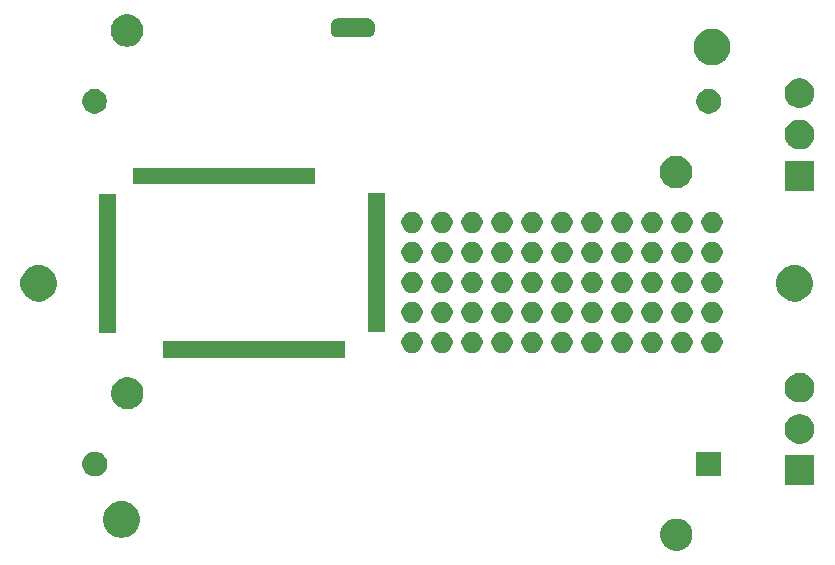
<source format=gbr>
G04 #@! TF.GenerationSoftware,KiCad,Pcbnew,5.1.5+dfsg1-2build2*
G04 #@! TF.CreationDate,2021-12-11T20:18:00-05:00*
G04 #@! TF.ProjectId,RAK11300_LORA_ADAPTABLE_NODE,52414b31-3133-4303-905f-4c4f52415f41,rev?*
G04 #@! TF.SameCoordinates,Original*
G04 #@! TF.FileFunction,Soldermask,Bot*
G04 #@! TF.FilePolarity,Negative*
%FSLAX46Y46*%
G04 Gerber Fmt 4.6, Leading zero omitted, Abs format (unit mm)*
G04 Created by KiCad (PCBNEW 5.1.5+dfsg1-2build2) date 2021-12-11 20:18:00*
%MOMM*%
%LPD*%
G04 APERTURE LIST*
%ADD10C,0.100000*%
G04 APERTURE END LIST*
D10*
G36*
X159642724Y-144431497D02*
G01*
X159869906Y-144476686D01*
X160119412Y-144580035D01*
X160343962Y-144730075D01*
X160534925Y-144921038D01*
X160684965Y-145145588D01*
X160788314Y-145395094D01*
X160841000Y-145659968D01*
X160841000Y-145930032D01*
X160788314Y-146194906D01*
X160684965Y-146444412D01*
X160534925Y-146668962D01*
X160343962Y-146859925D01*
X160119412Y-147009965D01*
X159869906Y-147113314D01*
X159642724Y-147158503D01*
X159605033Y-147166000D01*
X159334967Y-147166000D01*
X159297276Y-147158503D01*
X159070094Y-147113314D01*
X158820588Y-147009965D01*
X158596038Y-146859925D01*
X158405075Y-146668962D01*
X158255035Y-146444412D01*
X158151686Y-146194906D01*
X158099000Y-145930032D01*
X158099000Y-145659968D01*
X158151686Y-145395094D01*
X158255035Y-145145588D01*
X158405075Y-144921038D01*
X158596038Y-144730075D01*
X158820588Y-144580035D01*
X159070094Y-144476686D01*
X159297276Y-144431497D01*
X159334967Y-144424000D01*
X159605033Y-144424000D01*
X159642724Y-144431497D01*
G37*
G36*
X112802585Y-142978802D02*
G01*
X112952410Y-143008604D01*
X113234674Y-143125521D01*
X113488705Y-143295259D01*
X113704741Y-143511295D01*
X113874479Y-143765326D01*
X113991396Y-144047590D01*
X114051000Y-144347240D01*
X114051000Y-144652760D01*
X113991396Y-144952410D01*
X113874479Y-145234674D01*
X113704741Y-145488705D01*
X113488705Y-145704741D01*
X113234674Y-145874479D01*
X112952410Y-145991396D01*
X112802585Y-146021198D01*
X112652761Y-146051000D01*
X112347239Y-146051000D01*
X112197415Y-146021198D01*
X112047590Y-145991396D01*
X111765326Y-145874479D01*
X111511295Y-145704741D01*
X111295259Y-145488705D01*
X111125521Y-145234674D01*
X111008604Y-144952410D01*
X110949000Y-144652760D01*
X110949000Y-144347240D01*
X111008604Y-144047590D01*
X111125521Y-143765326D01*
X111295259Y-143511295D01*
X111511295Y-143295259D01*
X111765326Y-143125521D01*
X112047590Y-143008604D01*
X112197415Y-142978802D01*
X112347239Y-142949000D01*
X112652761Y-142949000D01*
X112802585Y-142978802D01*
G37*
G36*
X171161000Y-141586000D02*
G01*
X168659000Y-141586000D01*
X168659000Y-139084000D01*
X171161000Y-139084000D01*
X171161000Y-141586000D01*
G37*
G36*
X110536564Y-138789389D02*
G01*
X110727833Y-138868615D01*
X110727835Y-138868616D01*
X110899973Y-138983635D01*
X111046365Y-139130027D01*
X111161385Y-139302167D01*
X111240611Y-139493436D01*
X111281000Y-139696484D01*
X111281000Y-139903516D01*
X111240611Y-140106564D01*
X111161385Y-140297833D01*
X111161384Y-140297835D01*
X111046365Y-140469973D01*
X110899973Y-140616365D01*
X110727835Y-140731384D01*
X110727834Y-140731385D01*
X110727833Y-140731385D01*
X110536564Y-140810611D01*
X110333516Y-140851000D01*
X110126484Y-140851000D01*
X109923436Y-140810611D01*
X109732167Y-140731385D01*
X109732166Y-140731385D01*
X109732165Y-140731384D01*
X109560027Y-140616365D01*
X109413635Y-140469973D01*
X109298616Y-140297835D01*
X109298615Y-140297833D01*
X109219389Y-140106564D01*
X109179000Y-139903516D01*
X109179000Y-139696484D01*
X109219389Y-139493436D01*
X109298615Y-139302167D01*
X109413635Y-139130027D01*
X109560027Y-138983635D01*
X109732165Y-138868616D01*
X109732167Y-138868615D01*
X109923436Y-138789389D01*
X110126484Y-138749000D01*
X110333516Y-138749000D01*
X110536564Y-138789389D01*
G37*
G36*
X163271000Y-140851000D02*
G01*
X161169000Y-140851000D01*
X161169000Y-138749000D01*
X163271000Y-138749000D01*
X163271000Y-140851000D01*
G37*
G36*
X170274903Y-135632075D02*
G01*
X170502571Y-135726378D01*
X170707466Y-135863285D01*
X170881715Y-136037534D01*
X171018622Y-136242429D01*
X171112925Y-136470097D01*
X171161000Y-136711787D01*
X171161000Y-136958213D01*
X171112925Y-137199903D01*
X171018622Y-137427571D01*
X170881715Y-137632466D01*
X170707466Y-137806715D01*
X170502571Y-137943622D01*
X170502570Y-137943623D01*
X170502569Y-137943623D01*
X170274903Y-138037925D01*
X170033214Y-138086000D01*
X169786786Y-138086000D01*
X169545097Y-138037925D01*
X169317431Y-137943623D01*
X169317430Y-137943623D01*
X169317429Y-137943622D01*
X169112534Y-137806715D01*
X168938285Y-137632466D01*
X168801378Y-137427571D01*
X168707075Y-137199903D01*
X168659000Y-136958213D01*
X168659000Y-136711787D01*
X168707075Y-136470097D01*
X168801378Y-136242429D01*
X168938285Y-136037534D01*
X169112534Y-135863285D01*
X169317429Y-135726378D01*
X169545097Y-135632075D01*
X169786786Y-135584000D01*
X170033214Y-135584000D01*
X170274903Y-135632075D01*
G37*
G36*
X113162724Y-132441497D02*
G01*
X113389906Y-132486686D01*
X113639412Y-132590035D01*
X113863962Y-132740075D01*
X114054925Y-132931038D01*
X114204965Y-133155588D01*
X114308314Y-133405094D01*
X114361000Y-133669968D01*
X114361000Y-133940032D01*
X114308314Y-134204906D01*
X114204965Y-134454412D01*
X114054925Y-134678962D01*
X113863962Y-134869925D01*
X113639412Y-135019965D01*
X113389906Y-135123314D01*
X113162724Y-135168503D01*
X113125033Y-135176000D01*
X112854967Y-135176000D01*
X112817276Y-135168503D01*
X112590094Y-135123314D01*
X112340588Y-135019965D01*
X112116038Y-134869925D01*
X111925075Y-134678962D01*
X111775035Y-134454412D01*
X111671686Y-134204906D01*
X111619000Y-133940032D01*
X111619000Y-133669968D01*
X111671686Y-133405094D01*
X111775035Y-133155588D01*
X111925075Y-132931038D01*
X112116038Y-132740075D01*
X112340588Y-132590035D01*
X112590094Y-132486686D01*
X112817276Y-132441497D01*
X112854967Y-132434000D01*
X113125033Y-132434000D01*
X113162724Y-132441497D01*
G37*
G36*
X170274903Y-132132075D02*
G01*
X170502571Y-132226378D01*
X170707466Y-132363285D01*
X170881715Y-132537534D01*
X170881716Y-132537536D01*
X171018623Y-132742431D01*
X171112925Y-132970097D01*
X171149822Y-133155588D01*
X171161000Y-133211787D01*
X171161000Y-133458213D01*
X171112925Y-133699903D01*
X171018622Y-133927571D01*
X170881715Y-134132466D01*
X170707466Y-134306715D01*
X170502571Y-134443622D01*
X170502570Y-134443623D01*
X170502569Y-134443623D01*
X170274903Y-134537925D01*
X170033214Y-134586000D01*
X169786786Y-134586000D01*
X169545097Y-134537925D01*
X169317431Y-134443623D01*
X169317430Y-134443623D01*
X169317429Y-134443622D01*
X169112534Y-134306715D01*
X168938285Y-134132466D01*
X168801378Y-133927571D01*
X168707075Y-133699903D01*
X168659000Y-133458213D01*
X168659000Y-133211787D01*
X168670179Y-133155588D01*
X168707075Y-132970097D01*
X168801377Y-132742431D01*
X168938284Y-132537536D01*
X168938285Y-132537534D01*
X169112534Y-132363285D01*
X169317429Y-132226378D01*
X169545097Y-132132075D01*
X169786786Y-132084000D01*
X170033214Y-132084000D01*
X170274903Y-132132075D01*
G37*
G36*
X131408400Y-130817300D02*
G01*
X116006400Y-130817300D01*
X116006400Y-129415300D01*
X131408400Y-129415300D01*
X131408400Y-130817300D01*
G37*
G36*
X142288512Y-128608927D02*
G01*
X142437812Y-128638624D01*
X142601784Y-128706544D01*
X142749354Y-128805147D01*
X142874853Y-128930646D01*
X142973456Y-129078216D01*
X143041376Y-129242188D01*
X143076000Y-129416259D01*
X143076000Y-129593741D01*
X143041376Y-129767812D01*
X142973456Y-129931784D01*
X142874853Y-130079354D01*
X142749354Y-130204853D01*
X142601784Y-130303456D01*
X142437812Y-130371376D01*
X142288512Y-130401073D01*
X142263742Y-130406000D01*
X142086258Y-130406000D01*
X142061488Y-130401073D01*
X141912188Y-130371376D01*
X141748216Y-130303456D01*
X141600646Y-130204853D01*
X141475147Y-130079354D01*
X141376544Y-129931784D01*
X141308624Y-129767812D01*
X141274000Y-129593741D01*
X141274000Y-129416259D01*
X141308624Y-129242188D01*
X141376544Y-129078216D01*
X141475147Y-128930646D01*
X141600646Y-128805147D01*
X141748216Y-128706544D01*
X141912188Y-128638624D01*
X142061488Y-128608927D01*
X142086258Y-128604000D01*
X142263742Y-128604000D01*
X142288512Y-128608927D01*
G37*
G36*
X162608512Y-128608927D02*
G01*
X162757812Y-128638624D01*
X162921784Y-128706544D01*
X163069354Y-128805147D01*
X163194853Y-128930646D01*
X163293456Y-129078216D01*
X163361376Y-129242188D01*
X163396000Y-129416259D01*
X163396000Y-129593741D01*
X163361376Y-129767812D01*
X163293456Y-129931784D01*
X163194853Y-130079354D01*
X163069354Y-130204853D01*
X162921784Y-130303456D01*
X162757812Y-130371376D01*
X162608512Y-130401073D01*
X162583742Y-130406000D01*
X162406258Y-130406000D01*
X162381488Y-130401073D01*
X162232188Y-130371376D01*
X162068216Y-130303456D01*
X161920646Y-130204853D01*
X161795147Y-130079354D01*
X161696544Y-129931784D01*
X161628624Y-129767812D01*
X161594000Y-129593741D01*
X161594000Y-129416259D01*
X161628624Y-129242188D01*
X161696544Y-129078216D01*
X161795147Y-128930646D01*
X161920646Y-128805147D01*
X162068216Y-128706544D01*
X162232188Y-128638624D01*
X162381488Y-128608927D01*
X162406258Y-128604000D01*
X162583742Y-128604000D01*
X162608512Y-128608927D01*
G37*
G36*
X137208512Y-128608927D02*
G01*
X137357812Y-128638624D01*
X137521784Y-128706544D01*
X137669354Y-128805147D01*
X137794853Y-128930646D01*
X137893456Y-129078216D01*
X137961376Y-129242188D01*
X137996000Y-129416259D01*
X137996000Y-129593741D01*
X137961376Y-129767812D01*
X137893456Y-129931784D01*
X137794853Y-130079354D01*
X137669354Y-130204853D01*
X137521784Y-130303456D01*
X137357812Y-130371376D01*
X137208512Y-130401073D01*
X137183742Y-130406000D01*
X137006258Y-130406000D01*
X136981488Y-130401073D01*
X136832188Y-130371376D01*
X136668216Y-130303456D01*
X136520646Y-130204853D01*
X136395147Y-130079354D01*
X136296544Y-129931784D01*
X136228624Y-129767812D01*
X136194000Y-129593741D01*
X136194000Y-129416259D01*
X136228624Y-129242188D01*
X136296544Y-129078216D01*
X136395147Y-128930646D01*
X136520646Y-128805147D01*
X136668216Y-128706544D01*
X136832188Y-128638624D01*
X136981488Y-128608927D01*
X137006258Y-128604000D01*
X137183742Y-128604000D01*
X137208512Y-128608927D01*
G37*
G36*
X160068512Y-128608927D02*
G01*
X160217812Y-128638624D01*
X160381784Y-128706544D01*
X160529354Y-128805147D01*
X160654853Y-128930646D01*
X160753456Y-129078216D01*
X160821376Y-129242188D01*
X160856000Y-129416259D01*
X160856000Y-129593741D01*
X160821376Y-129767812D01*
X160753456Y-129931784D01*
X160654853Y-130079354D01*
X160529354Y-130204853D01*
X160381784Y-130303456D01*
X160217812Y-130371376D01*
X160068512Y-130401073D01*
X160043742Y-130406000D01*
X159866258Y-130406000D01*
X159841488Y-130401073D01*
X159692188Y-130371376D01*
X159528216Y-130303456D01*
X159380646Y-130204853D01*
X159255147Y-130079354D01*
X159156544Y-129931784D01*
X159088624Y-129767812D01*
X159054000Y-129593741D01*
X159054000Y-129416259D01*
X159088624Y-129242188D01*
X159156544Y-129078216D01*
X159255147Y-128930646D01*
X159380646Y-128805147D01*
X159528216Y-128706544D01*
X159692188Y-128638624D01*
X159841488Y-128608927D01*
X159866258Y-128604000D01*
X160043742Y-128604000D01*
X160068512Y-128608927D01*
G37*
G36*
X154988512Y-128608927D02*
G01*
X155137812Y-128638624D01*
X155301784Y-128706544D01*
X155449354Y-128805147D01*
X155574853Y-128930646D01*
X155673456Y-129078216D01*
X155741376Y-129242188D01*
X155776000Y-129416259D01*
X155776000Y-129593741D01*
X155741376Y-129767812D01*
X155673456Y-129931784D01*
X155574853Y-130079354D01*
X155449354Y-130204853D01*
X155301784Y-130303456D01*
X155137812Y-130371376D01*
X154988512Y-130401073D01*
X154963742Y-130406000D01*
X154786258Y-130406000D01*
X154761488Y-130401073D01*
X154612188Y-130371376D01*
X154448216Y-130303456D01*
X154300646Y-130204853D01*
X154175147Y-130079354D01*
X154076544Y-129931784D01*
X154008624Y-129767812D01*
X153974000Y-129593741D01*
X153974000Y-129416259D01*
X154008624Y-129242188D01*
X154076544Y-129078216D01*
X154175147Y-128930646D01*
X154300646Y-128805147D01*
X154448216Y-128706544D01*
X154612188Y-128638624D01*
X154761488Y-128608927D01*
X154786258Y-128604000D01*
X154963742Y-128604000D01*
X154988512Y-128608927D01*
G37*
G36*
X152448512Y-128608927D02*
G01*
X152597812Y-128638624D01*
X152761784Y-128706544D01*
X152909354Y-128805147D01*
X153034853Y-128930646D01*
X153133456Y-129078216D01*
X153201376Y-129242188D01*
X153236000Y-129416259D01*
X153236000Y-129593741D01*
X153201376Y-129767812D01*
X153133456Y-129931784D01*
X153034853Y-130079354D01*
X152909354Y-130204853D01*
X152761784Y-130303456D01*
X152597812Y-130371376D01*
X152448512Y-130401073D01*
X152423742Y-130406000D01*
X152246258Y-130406000D01*
X152221488Y-130401073D01*
X152072188Y-130371376D01*
X151908216Y-130303456D01*
X151760646Y-130204853D01*
X151635147Y-130079354D01*
X151536544Y-129931784D01*
X151468624Y-129767812D01*
X151434000Y-129593741D01*
X151434000Y-129416259D01*
X151468624Y-129242188D01*
X151536544Y-129078216D01*
X151635147Y-128930646D01*
X151760646Y-128805147D01*
X151908216Y-128706544D01*
X152072188Y-128638624D01*
X152221488Y-128608927D01*
X152246258Y-128604000D01*
X152423742Y-128604000D01*
X152448512Y-128608927D01*
G37*
G36*
X147368512Y-128608927D02*
G01*
X147517812Y-128638624D01*
X147681784Y-128706544D01*
X147829354Y-128805147D01*
X147954853Y-128930646D01*
X148053456Y-129078216D01*
X148121376Y-129242188D01*
X148156000Y-129416259D01*
X148156000Y-129593741D01*
X148121376Y-129767812D01*
X148053456Y-129931784D01*
X147954853Y-130079354D01*
X147829354Y-130204853D01*
X147681784Y-130303456D01*
X147517812Y-130371376D01*
X147368512Y-130401073D01*
X147343742Y-130406000D01*
X147166258Y-130406000D01*
X147141488Y-130401073D01*
X146992188Y-130371376D01*
X146828216Y-130303456D01*
X146680646Y-130204853D01*
X146555147Y-130079354D01*
X146456544Y-129931784D01*
X146388624Y-129767812D01*
X146354000Y-129593741D01*
X146354000Y-129416259D01*
X146388624Y-129242188D01*
X146456544Y-129078216D01*
X146555147Y-128930646D01*
X146680646Y-128805147D01*
X146828216Y-128706544D01*
X146992188Y-128638624D01*
X147141488Y-128608927D01*
X147166258Y-128604000D01*
X147343742Y-128604000D01*
X147368512Y-128608927D01*
G37*
G36*
X144828512Y-128608927D02*
G01*
X144977812Y-128638624D01*
X145141784Y-128706544D01*
X145289354Y-128805147D01*
X145414853Y-128930646D01*
X145513456Y-129078216D01*
X145581376Y-129242188D01*
X145616000Y-129416259D01*
X145616000Y-129593741D01*
X145581376Y-129767812D01*
X145513456Y-129931784D01*
X145414853Y-130079354D01*
X145289354Y-130204853D01*
X145141784Y-130303456D01*
X144977812Y-130371376D01*
X144828512Y-130401073D01*
X144803742Y-130406000D01*
X144626258Y-130406000D01*
X144601488Y-130401073D01*
X144452188Y-130371376D01*
X144288216Y-130303456D01*
X144140646Y-130204853D01*
X144015147Y-130079354D01*
X143916544Y-129931784D01*
X143848624Y-129767812D01*
X143814000Y-129593741D01*
X143814000Y-129416259D01*
X143848624Y-129242188D01*
X143916544Y-129078216D01*
X144015147Y-128930646D01*
X144140646Y-128805147D01*
X144288216Y-128706544D01*
X144452188Y-128638624D01*
X144601488Y-128608927D01*
X144626258Y-128604000D01*
X144803742Y-128604000D01*
X144828512Y-128608927D01*
G37*
G36*
X149908512Y-128608927D02*
G01*
X150057812Y-128638624D01*
X150221784Y-128706544D01*
X150369354Y-128805147D01*
X150494853Y-128930646D01*
X150593456Y-129078216D01*
X150661376Y-129242188D01*
X150696000Y-129416259D01*
X150696000Y-129593741D01*
X150661376Y-129767812D01*
X150593456Y-129931784D01*
X150494853Y-130079354D01*
X150369354Y-130204853D01*
X150221784Y-130303456D01*
X150057812Y-130371376D01*
X149908512Y-130401073D01*
X149883742Y-130406000D01*
X149706258Y-130406000D01*
X149681488Y-130401073D01*
X149532188Y-130371376D01*
X149368216Y-130303456D01*
X149220646Y-130204853D01*
X149095147Y-130079354D01*
X148996544Y-129931784D01*
X148928624Y-129767812D01*
X148894000Y-129593741D01*
X148894000Y-129416259D01*
X148928624Y-129242188D01*
X148996544Y-129078216D01*
X149095147Y-128930646D01*
X149220646Y-128805147D01*
X149368216Y-128706544D01*
X149532188Y-128638624D01*
X149681488Y-128608927D01*
X149706258Y-128604000D01*
X149883742Y-128604000D01*
X149908512Y-128608927D01*
G37*
G36*
X157528512Y-128608927D02*
G01*
X157677812Y-128638624D01*
X157841784Y-128706544D01*
X157989354Y-128805147D01*
X158114853Y-128930646D01*
X158213456Y-129078216D01*
X158281376Y-129242188D01*
X158316000Y-129416259D01*
X158316000Y-129593741D01*
X158281376Y-129767812D01*
X158213456Y-129931784D01*
X158114853Y-130079354D01*
X157989354Y-130204853D01*
X157841784Y-130303456D01*
X157677812Y-130371376D01*
X157528512Y-130401073D01*
X157503742Y-130406000D01*
X157326258Y-130406000D01*
X157301488Y-130401073D01*
X157152188Y-130371376D01*
X156988216Y-130303456D01*
X156840646Y-130204853D01*
X156715147Y-130079354D01*
X156616544Y-129931784D01*
X156548624Y-129767812D01*
X156514000Y-129593741D01*
X156514000Y-129416259D01*
X156548624Y-129242188D01*
X156616544Y-129078216D01*
X156715147Y-128930646D01*
X156840646Y-128805147D01*
X156988216Y-128706544D01*
X157152188Y-128638624D01*
X157301488Y-128608927D01*
X157326258Y-128604000D01*
X157503742Y-128604000D01*
X157528512Y-128608927D01*
G37*
G36*
X139748512Y-128608927D02*
G01*
X139897812Y-128638624D01*
X140061784Y-128706544D01*
X140209354Y-128805147D01*
X140334853Y-128930646D01*
X140433456Y-129078216D01*
X140501376Y-129242188D01*
X140536000Y-129416259D01*
X140536000Y-129593741D01*
X140501376Y-129767812D01*
X140433456Y-129931784D01*
X140334853Y-130079354D01*
X140209354Y-130204853D01*
X140061784Y-130303456D01*
X139897812Y-130371376D01*
X139748512Y-130401073D01*
X139723742Y-130406000D01*
X139546258Y-130406000D01*
X139521488Y-130401073D01*
X139372188Y-130371376D01*
X139208216Y-130303456D01*
X139060646Y-130204853D01*
X138935147Y-130079354D01*
X138836544Y-129931784D01*
X138768624Y-129767812D01*
X138734000Y-129593741D01*
X138734000Y-129416259D01*
X138768624Y-129242188D01*
X138836544Y-129078216D01*
X138935147Y-128930646D01*
X139060646Y-128805147D01*
X139208216Y-128706544D01*
X139372188Y-128638624D01*
X139521488Y-128608927D01*
X139546258Y-128604000D01*
X139723742Y-128604000D01*
X139748512Y-128608927D01*
G37*
G36*
X112038400Y-128707300D02*
G01*
X110636400Y-128707300D01*
X110636400Y-116905300D01*
X112038400Y-116905300D01*
X112038400Y-128707300D01*
G37*
G36*
X134778400Y-128647300D02*
G01*
X133376400Y-128647300D01*
X133376400Y-116845300D01*
X134778400Y-116845300D01*
X134778400Y-128647300D01*
G37*
G36*
X142288512Y-126068927D02*
G01*
X142437812Y-126098624D01*
X142601784Y-126166544D01*
X142749354Y-126265147D01*
X142874853Y-126390646D01*
X142973456Y-126538216D01*
X143041376Y-126702188D01*
X143076000Y-126876259D01*
X143076000Y-127053741D01*
X143041376Y-127227812D01*
X142973456Y-127391784D01*
X142874853Y-127539354D01*
X142749354Y-127664853D01*
X142601784Y-127763456D01*
X142437812Y-127831376D01*
X142288512Y-127861073D01*
X142263742Y-127866000D01*
X142086258Y-127866000D01*
X142061488Y-127861073D01*
X141912188Y-127831376D01*
X141748216Y-127763456D01*
X141600646Y-127664853D01*
X141475147Y-127539354D01*
X141376544Y-127391784D01*
X141308624Y-127227812D01*
X141274000Y-127053741D01*
X141274000Y-126876259D01*
X141308624Y-126702188D01*
X141376544Y-126538216D01*
X141475147Y-126390646D01*
X141600646Y-126265147D01*
X141748216Y-126166544D01*
X141912188Y-126098624D01*
X142061488Y-126068927D01*
X142086258Y-126064000D01*
X142263742Y-126064000D01*
X142288512Y-126068927D01*
G37*
G36*
X154988512Y-126068927D02*
G01*
X155137812Y-126098624D01*
X155301784Y-126166544D01*
X155449354Y-126265147D01*
X155574853Y-126390646D01*
X155673456Y-126538216D01*
X155741376Y-126702188D01*
X155776000Y-126876259D01*
X155776000Y-127053741D01*
X155741376Y-127227812D01*
X155673456Y-127391784D01*
X155574853Y-127539354D01*
X155449354Y-127664853D01*
X155301784Y-127763456D01*
X155137812Y-127831376D01*
X154988512Y-127861073D01*
X154963742Y-127866000D01*
X154786258Y-127866000D01*
X154761488Y-127861073D01*
X154612188Y-127831376D01*
X154448216Y-127763456D01*
X154300646Y-127664853D01*
X154175147Y-127539354D01*
X154076544Y-127391784D01*
X154008624Y-127227812D01*
X153974000Y-127053741D01*
X153974000Y-126876259D01*
X154008624Y-126702188D01*
X154076544Y-126538216D01*
X154175147Y-126390646D01*
X154300646Y-126265147D01*
X154448216Y-126166544D01*
X154612188Y-126098624D01*
X154761488Y-126068927D01*
X154786258Y-126064000D01*
X154963742Y-126064000D01*
X154988512Y-126068927D01*
G37*
G36*
X147368512Y-126068927D02*
G01*
X147517812Y-126098624D01*
X147681784Y-126166544D01*
X147829354Y-126265147D01*
X147954853Y-126390646D01*
X148053456Y-126538216D01*
X148121376Y-126702188D01*
X148156000Y-126876259D01*
X148156000Y-127053741D01*
X148121376Y-127227812D01*
X148053456Y-127391784D01*
X147954853Y-127539354D01*
X147829354Y-127664853D01*
X147681784Y-127763456D01*
X147517812Y-127831376D01*
X147368512Y-127861073D01*
X147343742Y-127866000D01*
X147166258Y-127866000D01*
X147141488Y-127861073D01*
X146992188Y-127831376D01*
X146828216Y-127763456D01*
X146680646Y-127664853D01*
X146555147Y-127539354D01*
X146456544Y-127391784D01*
X146388624Y-127227812D01*
X146354000Y-127053741D01*
X146354000Y-126876259D01*
X146388624Y-126702188D01*
X146456544Y-126538216D01*
X146555147Y-126390646D01*
X146680646Y-126265147D01*
X146828216Y-126166544D01*
X146992188Y-126098624D01*
X147141488Y-126068927D01*
X147166258Y-126064000D01*
X147343742Y-126064000D01*
X147368512Y-126068927D01*
G37*
G36*
X144828512Y-126068927D02*
G01*
X144977812Y-126098624D01*
X145141784Y-126166544D01*
X145289354Y-126265147D01*
X145414853Y-126390646D01*
X145513456Y-126538216D01*
X145581376Y-126702188D01*
X145616000Y-126876259D01*
X145616000Y-127053741D01*
X145581376Y-127227812D01*
X145513456Y-127391784D01*
X145414853Y-127539354D01*
X145289354Y-127664853D01*
X145141784Y-127763456D01*
X144977812Y-127831376D01*
X144828512Y-127861073D01*
X144803742Y-127866000D01*
X144626258Y-127866000D01*
X144601488Y-127861073D01*
X144452188Y-127831376D01*
X144288216Y-127763456D01*
X144140646Y-127664853D01*
X144015147Y-127539354D01*
X143916544Y-127391784D01*
X143848624Y-127227812D01*
X143814000Y-127053741D01*
X143814000Y-126876259D01*
X143848624Y-126702188D01*
X143916544Y-126538216D01*
X144015147Y-126390646D01*
X144140646Y-126265147D01*
X144288216Y-126166544D01*
X144452188Y-126098624D01*
X144601488Y-126068927D01*
X144626258Y-126064000D01*
X144803742Y-126064000D01*
X144828512Y-126068927D01*
G37*
G36*
X139748512Y-126068927D02*
G01*
X139897812Y-126098624D01*
X140061784Y-126166544D01*
X140209354Y-126265147D01*
X140334853Y-126390646D01*
X140433456Y-126538216D01*
X140501376Y-126702188D01*
X140536000Y-126876259D01*
X140536000Y-127053741D01*
X140501376Y-127227812D01*
X140433456Y-127391784D01*
X140334853Y-127539354D01*
X140209354Y-127664853D01*
X140061784Y-127763456D01*
X139897812Y-127831376D01*
X139748512Y-127861073D01*
X139723742Y-127866000D01*
X139546258Y-127866000D01*
X139521488Y-127861073D01*
X139372188Y-127831376D01*
X139208216Y-127763456D01*
X139060646Y-127664853D01*
X138935147Y-127539354D01*
X138836544Y-127391784D01*
X138768624Y-127227812D01*
X138734000Y-127053741D01*
X138734000Y-126876259D01*
X138768624Y-126702188D01*
X138836544Y-126538216D01*
X138935147Y-126390646D01*
X139060646Y-126265147D01*
X139208216Y-126166544D01*
X139372188Y-126098624D01*
X139521488Y-126068927D01*
X139546258Y-126064000D01*
X139723742Y-126064000D01*
X139748512Y-126068927D01*
G37*
G36*
X137208512Y-126068927D02*
G01*
X137357812Y-126098624D01*
X137521784Y-126166544D01*
X137669354Y-126265147D01*
X137794853Y-126390646D01*
X137893456Y-126538216D01*
X137961376Y-126702188D01*
X137996000Y-126876259D01*
X137996000Y-127053741D01*
X137961376Y-127227812D01*
X137893456Y-127391784D01*
X137794853Y-127539354D01*
X137669354Y-127664853D01*
X137521784Y-127763456D01*
X137357812Y-127831376D01*
X137208512Y-127861073D01*
X137183742Y-127866000D01*
X137006258Y-127866000D01*
X136981488Y-127861073D01*
X136832188Y-127831376D01*
X136668216Y-127763456D01*
X136520646Y-127664853D01*
X136395147Y-127539354D01*
X136296544Y-127391784D01*
X136228624Y-127227812D01*
X136194000Y-127053741D01*
X136194000Y-126876259D01*
X136228624Y-126702188D01*
X136296544Y-126538216D01*
X136395147Y-126390646D01*
X136520646Y-126265147D01*
X136668216Y-126166544D01*
X136832188Y-126098624D01*
X136981488Y-126068927D01*
X137006258Y-126064000D01*
X137183742Y-126064000D01*
X137208512Y-126068927D01*
G37*
G36*
X152448512Y-126068927D02*
G01*
X152597812Y-126098624D01*
X152761784Y-126166544D01*
X152909354Y-126265147D01*
X153034853Y-126390646D01*
X153133456Y-126538216D01*
X153201376Y-126702188D01*
X153236000Y-126876259D01*
X153236000Y-127053741D01*
X153201376Y-127227812D01*
X153133456Y-127391784D01*
X153034853Y-127539354D01*
X152909354Y-127664853D01*
X152761784Y-127763456D01*
X152597812Y-127831376D01*
X152448512Y-127861073D01*
X152423742Y-127866000D01*
X152246258Y-127866000D01*
X152221488Y-127861073D01*
X152072188Y-127831376D01*
X151908216Y-127763456D01*
X151760646Y-127664853D01*
X151635147Y-127539354D01*
X151536544Y-127391784D01*
X151468624Y-127227812D01*
X151434000Y-127053741D01*
X151434000Y-126876259D01*
X151468624Y-126702188D01*
X151536544Y-126538216D01*
X151635147Y-126390646D01*
X151760646Y-126265147D01*
X151908216Y-126166544D01*
X152072188Y-126098624D01*
X152221488Y-126068927D01*
X152246258Y-126064000D01*
X152423742Y-126064000D01*
X152448512Y-126068927D01*
G37*
G36*
X160068512Y-126068927D02*
G01*
X160217812Y-126098624D01*
X160381784Y-126166544D01*
X160529354Y-126265147D01*
X160654853Y-126390646D01*
X160753456Y-126538216D01*
X160821376Y-126702188D01*
X160856000Y-126876259D01*
X160856000Y-127053741D01*
X160821376Y-127227812D01*
X160753456Y-127391784D01*
X160654853Y-127539354D01*
X160529354Y-127664853D01*
X160381784Y-127763456D01*
X160217812Y-127831376D01*
X160068512Y-127861073D01*
X160043742Y-127866000D01*
X159866258Y-127866000D01*
X159841488Y-127861073D01*
X159692188Y-127831376D01*
X159528216Y-127763456D01*
X159380646Y-127664853D01*
X159255147Y-127539354D01*
X159156544Y-127391784D01*
X159088624Y-127227812D01*
X159054000Y-127053741D01*
X159054000Y-126876259D01*
X159088624Y-126702188D01*
X159156544Y-126538216D01*
X159255147Y-126390646D01*
X159380646Y-126265147D01*
X159528216Y-126166544D01*
X159692188Y-126098624D01*
X159841488Y-126068927D01*
X159866258Y-126064000D01*
X160043742Y-126064000D01*
X160068512Y-126068927D01*
G37*
G36*
X162608512Y-126068927D02*
G01*
X162757812Y-126098624D01*
X162921784Y-126166544D01*
X163069354Y-126265147D01*
X163194853Y-126390646D01*
X163293456Y-126538216D01*
X163361376Y-126702188D01*
X163396000Y-126876259D01*
X163396000Y-127053741D01*
X163361376Y-127227812D01*
X163293456Y-127391784D01*
X163194853Y-127539354D01*
X163069354Y-127664853D01*
X162921784Y-127763456D01*
X162757812Y-127831376D01*
X162608512Y-127861073D01*
X162583742Y-127866000D01*
X162406258Y-127866000D01*
X162381488Y-127861073D01*
X162232188Y-127831376D01*
X162068216Y-127763456D01*
X161920646Y-127664853D01*
X161795147Y-127539354D01*
X161696544Y-127391784D01*
X161628624Y-127227812D01*
X161594000Y-127053741D01*
X161594000Y-126876259D01*
X161628624Y-126702188D01*
X161696544Y-126538216D01*
X161795147Y-126390646D01*
X161920646Y-126265147D01*
X162068216Y-126166544D01*
X162232188Y-126098624D01*
X162381488Y-126068927D01*
X162406258Y-126064000D01*
X162583742Y-126064000D01*
X162608512Y-126068927D01*
G37*
G36*
X149908512Y-126068927D02*
G01*
X150057812Y-126098624D01*
X150221784Y-126166544D01*
X150369354Y-126265147D01*
X150494853Y-126390646D01*
X150593456Y-126538216D01*
X150661376Y-126702188D01*
X150696000Y-126876259D01*
X150696000Y-127053741D01*
X150661376Y-127227812D01*
X150593456Y-127391784D01*
X150494853Y-127539354D01*
X150369354Y-127664853D01*
X150221784Y-127763456D01*
X150057812Y-127831376D01*
X149908512Y-127861073D01*
X149883742Y-127866000D01*
X149706258Y-127866000D01*
X149681488Y-127861073D01*
X149532188Y-127831376D01*
X149368216Y-127763456D01*
X149220646Y-127664853D01*
X149095147Y-127539354D01*
X148996544Y-127391784D01*
X148928624Y-127227812D01*
X148894000Y-127053741D01*
X148894000Y-126876259D01*
X148928624Y-126702188D01*
X148996544Y-126538216D01*
X149095147Y-126390646D01*
X149220646Y-126265147D01*
X149368216Y-126166544D01*
X149532188Y-126098624D01*
X149681488Y-126068927D01*
X149706258Y-126064000D01*
X149883742Y-126064000D01*
X149908512Y-126068927D01*
G37*
G36*
X157528512Y-126068927D02*
G01*
X157677812Y-126098624D01*
X157841784Y-126166544D01*
X157989354Y-126265147D01*
X158114853Y-126390646D01*
X158213456Y-126538216D01*
X158281376Y-126702188D01*
X158316000Y-126876259D01*
X158316000Y-127053741D01*
X158281376Y-127227812D01*
X158213456Y-127391784D01*
X158114853Y-127539354D01*
X157989354Y-127664853D01*
X157841784Y-127763456D01*
X157677812Y-127831376D01*
X157528512Y-127861073D01*
X157503742Y-127866000D01*
X157326258Y-127866000D01*
X157301488Y-127861073D01*
X157152188Y-127831376D01*
X156988216Y-127763456D01*
X156840646Y-127664853D01*
X156715147Y-127539354D01*
X156616544Y-127391784D01*
X156548624Y-127227812D01*
X156514000Y-127053741D01*
X156514000Y-126876259D01*
X156548624Y-126702188D01*
X156616544Y-126538216D01*
X156715147Y-126390646D01*
X156840646Y-126265147D01*
X156988216Y-126166544D01*
X157152188Y-126098624D01*
X157301488Y-126068927D01*
X157326258Y-126064000D01*
X157503742Y-126064000D01*
X157528512Y-126068927D01*
G37*
G36*
X105802585Y-122978802D02*
G01*
X105952410Y-123008604D01*
X106234674Y-123125521D01*
X106488705Y-123295259D01*
X106704741Y-123511295D01*
X106874479Y-123765326D01*
X106991396Y-124047590D01*
X107051000Y-124347240D01*
X107051000Y-124652760D01*
X106991396Y-124952410D01*
X106874479Y-125234674D01*
X106704741Y-125488705D01*
X106488705Y-125704741D01*
X106234674Y-125874479D01*
X105952410Y-125991396D01*
X105802585Y-126021198D01*
X105652761Y-126051000D01*
X105347239Y-126051000D01*
X105197415Y-126021198D01*
X105047590Y-125991396D01*
X104765326Y-125874479D01*
X104511295Y-125704741D01*
X104295259Y-125488705D01*
X104125521Y-125234674D01*
X104008604Y-124952410D01*
X103949000Y-124652760D01*
X103949000Y-124347240D01*
X104008604Y-124047590D01*
X104125521Y-123765326D01*
X104295259Y-123511295D01*
X104511295Y-123295259D01*
X104765326Y-123125521D01*
X105047590Y-123008604D01*
X105197415Y-122978802D01*
X105347239Y-122949000D01*
X105652761Y-122949000D01*
X105802585Y-122978802D01*
G37*
G36*
X169802585Y-122978802D02*
G01*
X169952410Y-123008604D01*
X170234674Y-123125521D01*
X170488705Y-123295259D01*
X170704741Y-123511295D01*
X170874479Y-123765326D01*
X170991396Y-124047590D01*
X171051000Y-124347240D01*
X171051000Y-124652760D01*
X170991396Y-124952410D01*
X170874479Y-125234674D01*
X170704741Y-125488705D01*
X170488705Y-125704741D01*
X170234674Y-125874479D01*
X169952410Y-125991396D01*
X169802585Y-126021198D01*
X169652761Y-126051000D01*
X169347239Y-126051000D01*
X169197415Y-126021198D01*
X169047590Y-125991396D01*
X168765326Y-125874479D01*
X168511295Y-125704741D01*
X168295259Y-125488705D01*
X168125521Y-125234674D01*
X168008604Y-124952410D01*
X167949000Y-124652760D01*
X167949000Y-124347240D01*
X168008604Y-124047590D01*
X168125521Y-123765326D01*
X168295259Y-123511295D01*
X168511295Y-123295259D01*
X168765326Y-123125521D01*
X169047590Y-123008604D01*
X169197415Y-122978802D01*
X169347239Y-122949000D01*
X169652761Y-122949000D01*
X169802585Y-122978802D01*
G37*
G36*
X157528512Y-123528927D02*
G01*
X157677812Y-123558624D01*
X157841784Y-123626544D01*
X157989354Y-123725147D01*
X158114853Y-123850646D01*
X158213456Y-123998216D01*
X158281376Y-124162188D01*
X158316000Y-124336259D01*
X158316000Y-124513741D01*
X158281376Y-124687812D01*
X158213456Y-124851784D01*
X158114853Y-124999354D01*
X157989354Y-125124853D01*
X157841784Y-125223456D01*
X157677812Y-125291376D01*
X157528512Y-125321073D01*
X157503742Y-125326000D01*
X157326258Y-125326000D01*
X157301488Y-125321073D01*
X157152188Y-125291376D01*
X156988216Y-125223456D01*
X156840646Y-125124853D01*
X156715147Y-124999354D01*
X156616544Y-124851784D01*
X156548624Y-124687812D01*
X156514000Y-124513741D01*
X156514000Y-124336259D01*
X156548624Y-124162188D01*
X156616544Y-123998216D01*
X156715147Y-123850646D01*
X156840646Y-123725147D01*
X156988216Y-123626544D01*
X157152188Y-123558624D01*
X157301488Y-123528927D01*
X157326258Y-123524000D01*
X157503742Y-123524000D01*
X157528512Y-123528927D01*
G37*
G36*
X160068512Y-123528927D02*
G01*
X160217812Y-123558624D01*
X160381784Y-123626544D01*
X160529354Y-123725147D01*
X160654853Y-123850646D01*
X160753456Y-123998216D01*
X160821376Y-124162188D01*
X160856000Y-124336259D01*
X160856000Y-124513741D01*
X160821376Y-124687812D01*
X160753456Y-124851784D01*
X160654853Y-124999354D01*
X160529354Y-125124853D01*
X160381784Y-125223456D01*
X160217812Y-125291376D01*
X160068512Y-125321073D01*
X160043742Y-125326000D01*
X159866258Y-125326000D01*
X159841488Y-125321073D01*
X159692188Y-125291376D01*
X159528216Y-125223456D01*
X159380646Y-125124853D01*
X159255147Y-124999354D01*
X159156544Y-124851784D01*
X159088624Y-124687812D01*
X159054000Y-124513741D01*
X159054000Y-124336259D01*
X159088624Y-124162188D01*
X159156544Y-123998216D01*
X159255147Y-123850646D01*
X159380646Y-123725147D01*
X159528216Y-123626544D01*
X159692188Y-123558624D01*
X159841488Y-123528927D01*
X159866258Y-123524000D01*
X160043742Y-123524000D01*
X160068512Y-123528927D01*
G37*
G36*
X162608512Y-123528927D02*
G01*
X162757812Y-123558624D01*
X162921784Y-123626544D01*
X163069354Y-123725147D01*
X163194853Y-123850646D01*
X163293456Y-123998216D01*
X163361376Y-124162188D01*
X163396000Y-124336259D01*
X163396000Y-124513741D01*
X163361376Y-124687812D01*
X163293456Y-124851784D01*
X163194853Y-124999354D01*
X163069354Y-125124853D01*
X162921784Y-125223456D01*
X162757812Y-125291376D01*
X162608512Y-125321073D01*
X162583742Y-125326000D01*
X162406258Y-125326000D01*
X162381488Y-125321073D01*
X162232188Y-125291376D01*
X162068216Y-125223456D01*
X161920646Y-125124853D01*
X161795147Y-124999354D01*
X161696544Y-124851784D01*
X161628624Y-124687812D01*
X161594000Y-124513741D01*
X161594000Y-124336259D01*
X161628624Y-124162188D01*
X161696544Y-123998216D01*
X161795147Y-123850646D01*
X161920646Y-123725147D01*
X162068216Y-123626544D01*
X162232188Y-123558624D01*
X162381488Y-123528927D01*
X162406258Y-123524000D01*
X162583742Y-123524000D01*
X162608512Y-123528927D01*
G37*
G36*
X149908512Y-123528927D02*
G01*
X150057812Y-123558624D01*
X150221784Y-123626544D01*
X150369354Y-123725147D01*
X150494853Y-123850646D01*
X150593456Y-123998216D01*
X150661376Y-124162188D01*
X150696000Y-124336259D01*
X150696000Y-124513741D01*
X150661376Y-124687812D01*
X150593456Y-124851784D01*
X150494853Y-124999354D01*
X150369354Y-125124853D01*
X150221784Y-125223456D01*
X150057812Y-125291376D01*
X149908512Y-125321073D01*
X149883742Y-125326000D01*
X149706258Y-125326000D01*
X149681488Y-125321073D01*
X149532188Y-125291376D01*
X149368216Y-125223456D01*
X149220646Y-125124853D01*
X149095147Y-124999354D01*
X148996544Y-124851784D01*
X148928624Y-124687812D01*
X148894000Y-124513741D01*
X148894000Y-124336259D01*
X148928624Y-124162188D01*
X148996544Y-123998216D01*
X149095147Y-123850646D01*
X149220646Y-123725147D01*
X149368216Y-123626544D01*
X149532188Y-123558624D01*
X149681488Y-123528927D01*
X149706258Y-123524000D01*
X149883742Y-123524000D01*
X149908512Y-123528927D01*
G37*
G36*
X154988512Y-123528927D02*
G01*
X155137812Y-123558624D01*
X155301784Y-123626544D01*
X155449354Y-123725147D01*
X155574853Y-123850646D01*
X155673456Y-123998216D01*
X155741376Y-124162188D01*
X155776000Y-124336259D01*
X155776000Y-124513741D01*
X155741376Y-124687812D01*
X155673456Y-124851784D01*
X155574853Y-124999354D01*
X155449354Y-125124853D01*
X155301784Y-125223456D01*
X155137812Y-125291376D01*
X154988512Y-125321073D01*
X154963742Y-125326000D01*
X154786258Y-125326000D01*
X154761488Y-125321073D01*
X154612188Y-125291376D01*
X154448216Y-125223456D01*
X154300646Y-125124853D01*
X154175147Y-124999354D01*
X154076544Y-124851784D01*
X154008624Y-124687812D01*
X153974000Y-124513741D01*
X153974000Y-124336259D01*
X154008624Y-124162188D01*
X154076544Y-123998216D01*
X154175147Y-123850646D01*
X154300646Y-123725147D01*
X154448216Y-123626544D01*
X154612188Y-123558624D01*
X154761488Y-123528927D01*
X154786258Y-123524000D01*
X154963742Y-123524000D01*
X154988512Y-123528927D01*
G37*
G36*
X139748512Y-123528927D02*
G01*
X139897812Y-123558624D01*
X140061784Y-123626544D01*
X140209354Y-123725147D01*
X140334853Y-123850646D01*
X140433456Y-123998216D01*
X140501376Y-124162188D01*
X140536000Y-124336259D01*
X140536000Y-124513741D01*
X140501376Y-124687812D01*
X140433456Y-124851784D01*
X140334853Y-124999354D01*
X140209354Y-125124853D01*
X140061784Y-125223456D01*
X139897812Y-125291376D01*
X139748512Y-125321073D01*
X139723742Y-125326000D01*
X139546258Y-125326000D01*
X139521488Y-125321073D01*
X139372188Y-125291376D01*
X139208216Y-125223456D01*
X139060646Y-125124853D01*
X138935147Y-124999354D01*
X138836544Y-124851784D01*
X138768624Y-124687812D01*
X138734000Y-124513741D01*
X138734000Y-124336259D01*
X138768624Y-124162188D01*
X138836544Y-123998216D01*
X138935147Y-123850646D01*
X139060646Y-123725147D01*
X139208216Y-123626544D01*
X139372188Y-123558624D01*
X139521488Y-123528927D01*
X139546258Y-123524000D01*
X139723742Y-123524000D01*
X139748512Y-123528927D01*
G37*
G36*
X147368512Y-123528927D02*
G01*
X147517812Y-123558624D01*
X147681784Y-123626544D01*
X147829354Y-123725147D01*
X147954853Y-123850646D01*
X148053456Y-123998216D01*
X148121376Y-124162188D01*
X148156000Y-124336259D01*
X148156000Y-124513741D01*
X148121376Y-124687812D01*
X148053456Y-124851784D01*
X147954853Y-124999354D01*
X147829354Y-125124853D01*
X147681784Y-125223456D01*
X147517812Y-125291376D01*
X147368512Y-125321073D01*
X147343742Y-125326000D01*
X147166258Y-125326000D01*
X147141488Y-125321073D01*
X146992188Y-125291376D01*
X146828216Y-125223456D01*
X146680646Y-125124853D01*
X146555147Y-124999354D01*
X146456544Y-124851784D01*
X146388624Y-124687812D01*
X146354000Y-124513741D01*
X146354000Y-124336259D01*
X146388624Y-124162188D01*
X146456544Y-123998216D01*
X146555147Y-123850646D01*
X146680646Y-123725147D01*
X146828216Y-123626544D01*
X146992188Y-123558624D01*
X147141488Y-123528927D01*
X147166258Y-123524000D01*
X147343742Y-123524000D01*
X147368512Y-123528927D01*
G37*
G36*
X137208512Y-123528927D02*
G01*
X137357812Y-123558624D01*
X137521784Y-123626544D01*
X137669354Y-123725147D01*
X137794853Y-123850646D01*
X137893456Y-123998216D01*
X137961376Y-124162188D01*
X137996000Y-124336259D01*
X137996000Y-124513741D01*
X137961376Y-124687812D01*
X137893456Y-124851784D01*
X137794853Y-124999354D01*
X137669354Y-125124853D01*
X137521784Y-125223456D01*
X137357812Y-125291376D01*
X137208512Y-125321073D01*
X137183742Y-125326000D01*
X137006258Y-125326000D01*
X136981488Y-125321073D01*
X136832188Y-125291376D01*
X136668216Y-125223456D01*
X136520646Y-125124853D01*
X136395147Y-124999354D01*
X136296544Y-124851784D01*
X136228624Y-124687812D01*
X136194000Y-124513741D01*
X136194000Y-124336259D01*
X136228624Y-124162188D01*
X136296544Y-123998216D01*
X136395147Y-123850646D01*
X136520646Y-123725147D01*
X136668216Y-123626544D01*
X136832188Y-123558624D01*
X136981488Y-123528927D01*
X137006258Y-123524000D01*
X137183742Y-123524000D01*
X137208512Y-123528927D01*
G37*
G36*
X144828512Y-123528927D02*
G01*
X144977812Y-123558624D01*
X145141784Y-123626544D01*
X145289354Y-123725147D01*
X145414853Y-123850646D01*
X145513456Y-123998216D01*
X145581376Y-124162188D01*
X145616000Y-124336259D01*
X145616000Y-124513741D01*
X145581376Y-124687812D01*
X145513456Y-124851784D01*
X145414853Y-124999354D01*
X145289354Y-125124853D01*
X145141784Y-125223456D01*
X144977812Y-125291376D01*
X144828512Y-125321073D01*
X144803742Y-125326000D01*
X144626258Y-125326000D01*
X144601488Y-125321073D01*
X144452188Y-125291376D01*
X144288216Y-125223456D01*
X144140646Y-125124853D01*
X144015147Y-124999354D01*
X143916544Y-124851784D01*
X143848624Y-124687812D01*
X143814000Y-124513741D01*
X143814000Y-124336259D01*
X143848624Y-124162188D01*
X143916544Y-123998216D01*
X144015147Y-123850646D01*
X144140646Y-123725147D01*
X144288216Y-123626544D01*
X144452188Y-123558624D01*
X144601488Y-123528927D01*
X144626258Y-123524000D01*
X144803742Y-123524000D01*
X144828512Y-123528927D01*
G37*
G36*
X152448512Y-123528927D02*
G01*
X152597812Y-123558624D01*
X152761784Y-123626544D01*
X152909354Y-123725147D01*
X153034853Y-123850646D01*
X153133456Y-123998216D01*
X153201376Y-124162188D01*
X153236000Y-124336259D01*
X153236000Y-124513741D01*
X153201376Y-124687812D01*
X153133456Y-124851784D01*
X153034853Y-124999354D01*
X152909354Y-125124853D01*
X152761784Y-125223456D01*
X152597812Y-125291376D01*
X152448512Y-125321073D01*
X152423742Y-125326000D01*
X152246258Y-125326000D01*
X152221488Y-125321073D01*
X152072188Y-125291376D01*
X151908216Y-125223456D01*
X151760646Y-125124853D01*
X151635147Y-124999354D01*
X151536544Y-124851784D01*
X151468624Y-124687812D01*
X151434000Y-124513741D01*
X151434000Y-124336259D01*
X151468624Y-124162188D01*
X151536544Y-123998216D01*
X151635147Y-123850646D01*
X151760646Y-123725147D01*
X151908216Y-123626544D01*
X152072188Y-123558624D01*
X152221488Y-123528927D01*
X152246258Y-123524000D01*
X152423742Y-123524000D01*
X152448512Y-123528927D01*
G37*
G36*
X142288512Y-123528927D02*
G01*
X142437812Y-123558624D01*
X142601784Y-123626544D01*
X142749354Y-123725147D01*
X142874853Y-123850646D01*
X142973456Y-123998216D01*
X143041376Y-124162188D01*
X143076000Y-124336259D01*
X143076000Y-124513741D01*
X143041376Y-124687812D01*
X142973456Y-124851784D01*
X142874853Y-124999354D01*
X142749354Y-125124853D01*
X142601784Y-125223456D01*
X142437812Y-125291376D01*
X142288512Y-125321073D01*
X142263742Y-125326000D01*
X142086258Y-125326000D01*
X142061488Y-125321073D01*
X141912188Y-125291376D01*
X141748216Y-125223456D01*
X141600646Y-125124853D01*
X141475147Y-124999354D01*
X141376544Y-124851784D01*
X141308624Y-124687812D01*
X141274000Y-124513741D01*
X141274000Y-124336259D01*
X141308624Y-124162188D01*
X141376544Y-123998216D01*
X141475147Y-123850646D01*
X141600646Y-123725147D01*
X141748216Y-123626544D01*
X141912188Y-123558624D01*
X142061488Y-123528927D01*
X142086258Y-123524000D01*
X142263742Y-123524000D01*
X142288512Y-123528927D01*
G37*
G36*
X162608512Y-120988927D02*
G01*
X162757812Y-121018624D01*
X162921784Y-121086544D01*
X163069354Y-121185147D01*
X163194853Y-121310646D01*
X163293456Y-121458216D01*
X163361376Y-121622188D01*
X163396000Y-121796259D01*
X163396000Y-121973741D01*
X163361376Y-122147812D01*
X163293456Y-122311784D01*
X163194853Y-122459354D01*
X163069354Y-122584853D01*
X162921784Y-122683456D01*
X162757812Y-122751376D01*
X162608512Y-122781073D01*
X162583742Y-122786000D01*
X162406258Y-122786000D01*
X162381488Y-122781073D01*
X162232188Y-122751376D01*
X162068216Y-122683456D01*
X161920646Y-122584853D01*
X161795147Y-122459354D01*
X161696544Y-122311784D01*
X161628624Y-122147812D01*
X161594000Y-121973741D01*
X161594000Y-121796259D01*
X161628624Y-121622188D01*
X161696544Y-121458216D01*
X161795147Y-121310646D01*
X161920646Y-121185147D01*
X162068216Y-121086544D01*
X162232188Y-121018624D01*
X162381488Y-120988927D01*
X162406258Y-120984000D01*
X162583742Y-120984000D01*
X162608512Y-120988927D01*
G37*
G36*
X152448512Y-120988927D02*
G01*
X152597812Y-121018624D01*
X152761784Y-121086544D01*
X152909354Y-121185147D01*
X153034853Y-121310646D01*
X153133456Y-121458216D01*
X153201376Y-121622188D01*
X153236000Y-121796259D01*
X153236000Y-121973741D01*
X153201376Y-122147812D01*
X153133456Y-122311784D01*
X153034853Y-122459354D01*
X152909354Y-122584853D01*
X152761784Y-122683456D01*
X152597812Y-122751376D01*
X152448512Y-122781073D01*
X152423742Y-122786000D01*
X152246258Y-122786000D01*
X152221488Y-122781073D01*
X152072188Y-122751376D01*
X151908216Y-122683456D01*
X151760646Y-122584853D01*
X151635147Y-122459354D01*
X151536544Y-122311784D01*
X151468624Y-122147812D01*
X151434000Y-121973741D01*
X151434000Y-121796259D01*
X151468624Y-121622188D01*
X151536544Y-121458216D01*
X151635147Y-121310646D01*
X151760646Y-121185147D01*
X151908216Y-121086544D01*
X152072188Y-121018624D01*
X152221488Y-120988927D01*
X152246258Y-120984000D01*
X152423742Y-120984000D01*
X152448512Y-120988927D01*
G37*
G36*
X154988512Y-120988927D02*
G01*
X155137812Y-121018624D01*
X155301784Y-121086544D01*
X155449354Y-121185147D01*
X155574853Y-121310646D01*
X155673456Y-121458216D01*
X155741376Y-121622188D01*
X155776000Y-121796259D01*
X155776000Y-121973741D01*
X155741376Y-122147812D01*
X155673456Y-122311784D01*
X155574853Y-122459354D01*
X155449354Y-122584853D01*
X155301784Y-122683456D01*
X155137812Y-122751376D01*
X154988512Y-122781073D01*
X154963742Y-122786000D01*
X154786258Y-122786000D01*
X154761488Y-122781073D01*
X154612188Y-122751376D01*
X154448216Y-122683456D01*
X154300646Y-122584853D01*
X154175147Y-122459354D01*
X154076544Y-122311784D01*
X154008624Y-122147812D01*
X153974000Y-121973741D01*
X153974000Y-121796259D01*
X154008624Y-121622188D01*
X154076544Y-121458216D01*
X154175147Y-121310646D01*
X154300646Y-121185147D01*
X154448216Y-121086544D01*
X154612188Y-121018624D01*
X154761488Y-120988927D01*
X154786258Y-120984000D01*
X154963742Y-120984000D01*
X154988512Y-120988927D01*
G37*
G36*
X149908512Y-120988927D02*
G01*
X150057812Y-121018624D01*
X150221784Y-121086544D01*
X150369354Y-121185147D01*
X150494853Y-121310646D01*
X150593456Y-121458216D01*
X150661376Y-121622188D01*
X150696000Y-121796259D01*
X150696000Y-121973741D01*
X150661376Y-122147812D01*
X150593456Y-122311784D01*
X150494853Y-122459354D01*
X150369354Y-122584853D01*
X150221784Y-122683456D01*
X150057812Y-122751376D01*
X149908512Y-122781073D01*
X149883742Y-122786000D01*
X149706258Y-122786000D01*
X149681488Y-122781073D01*
X149532188Y-122751376D01*
X149368216Y-122683456D01*
X149220646Y-122584853D01*
X149095147Y-122459354D01*
X148996544Y-122311784D01*
X148928624Y-122147812D01*
X148894000Y-121973741D01*
X148894000Y-121796259D01*
X148928624Y-121622188D01*
X148996544Y-121458216D01*
X149095147Y-121310646D01*
X149220646Y-121185147D01*
X149368216Y-121086544D01*
X149532188Y-121018624D01*
X149681488Y-120988927D01*
X149706258Y-120984000D01*
X149883742Y-120984000D01*
X149908512Y-120988927D01*
G37*
G36*
X147368512Y-120988927D02*
G01*
X147517812Y-121018624D01*
X147681784Y-121086544D01*
X147829354Y-121185147D01*
X147954853Y-121310646D01*
X148053456Y-121458216D01*
X148121376Y-121622188D01*
X148156000Y-121796259D01*
X148156000Y-121973741D01*
X148121376Y-122147812D01*
X148053456Y-122311784D01*
X147954853Y-122459354D01*
X147829354Y-122584853D01*
X147681784Y-122683456D01*
X147517812Y-122751376D01*
X147368512Y-122781073D01*
X147343742Y-122786000D01*
X147166258Y-122786000D01*
X147141488Y-122781073D01*
X146992188Y-122751376D01*
X146828216Y-122683456D01*
X146680646Y-122584853D01*
X146555147Y-122459354D01*
X146456544Y-122311784D01*
X146388624Y-122147812D01*
X146354000Y-121973741D01*
X146354000Y-121796259D01*
X146388624Y-121622188D01*
X146456544Y-121458216D01*
X146555147Y-121310646D01*
X146680646Y-121185147D01*
X146828216Y-121086544D01*
X146992188Y-121018624D01*
X147141488Y-120988927D01*
X147166258Y-120984000D01*
X147343742Y-120984000D01*
X147368512Y-120988927D01*
G37*
G36*
X160068512Y-120988927D02*
G01*
X160217812Y-121018624D01*
X160381784Y-121086544D01*
X160529354Y-121185147D01*
X160654853Y-121310646D01*
X160753456Y-121458216D01*
X160821376Y-121622188D01*
X160856000Y-121796259D01*
X160856000Y-121973741D01*
X160821376Y-122147812D01*
X160753456Y-122311784D01*
X160654853Y-122459354D01*
X160529354Y-122584853D01*
X160381784Y-122683456D01*
X160217812Y-122751376D01*
X160068512Y-122781073D01*
X160043742Y-122786000D01*
X159866258Y-122786000D01*
X159841488Y-122781073D01*
X159692188Y-122751376D01*
X159528216Y-122683456D01*
X159380646Y-122584853D01*
X159255147Y-122459354D01*
X159156544Y-122311784D01*
X159088624Y-122147812D01*
X159054000Y-121973741D01*
X159054000Y-121796259D01*
X159088624Y-121622188D01*
X159156544Y-121458216D01*
X159255147Y-121310646D01*
X159380646Y-121185147D01*
X159528216Y-121086544D01*
X159692188Y-121018624D01*
X159841488Y-120988927D01*
X159866258Y-120984000D01*
X160043742Y-120984000D01*
X160068512Y-120988927D01*
G37*
G36*
X142288512Y-120988927D02*
G01*
X142437812Y-121018624D01*
X142601784Y-121086544D01*
X142749354Y-121185147D01*
X142874853Y-121310646D01*
X142973456Y-121458216D01*
X143041376Y-121622188D01*
X143076000Y-121796259D01*
X143076000Y-121973741D01*
X143041376Y-122147812D01*
X142973456Y-122311784D01*
X142874853Y-122459354D01*
X142749354Y-122584853D01*
X142601784Y-122683456D01*
X142437812Y-122751376D01*
X142288512Y-122781073D01*
X142263742Y-122786000D01*
X142086258Y-122786000D01*
X142061488Y-122781073D01*
X141912188Y-122751376D01*
X141748216Y-122683456D01*
X141600646Y-122584853D01*
X141475147Y-122459354D01*
X141376544Y-122311784D01*
X141308624Y-122147812D01*
X141274000Y-121973741D01*
X141274000Y-121796259D01*
X141308624Y-121622188D01*
X141376544Y-121458216D01*
X141475147Y-121310646D01*
X141600646Y-121185147D01*
X141748216Y-121086544D01*
X141912188Y-121018624D01*
X142061488Y-120988927D01*
X142086258Y-120984000D01*
X142263742Y-120984000D01*
X142288512Y-120988927D01*
G37*
G36*
X139748512Y-120988927D02*
G01*
X139897812Y-121018624D01*
X140061784Y-121086544D01*
X140209354Y-121185147D01*
X140334853Y-121310646D01*
X140433456Y-121458216D01*
X140501376Y-121622188D01*
X140536000Y-121796259D01*
X140536000Y-121973741D01*
X140501376Y-122147812D01*
X140433456Y-122311784D01*
X140334853Y-122459354D01*
X140209354Y-122584853D01*
X140061784Y-122683456D01*
X139897812Y-122751376D01*
X139748512Y-122781073D01*
X139723742Y-122786000D01*
X139546258Y-122786000D01*
X139521488Y-122781073D01*
X139372188Y-122751376D01*
X139208216Y-122683456D01*
X139060646Y-122584853D01*
X138935147Y-122459354D01*
X138836544Y-122311784D01*
X138768624Y-122147812D01*
X138734000Y-121973741D01*
X138734000Y-121796259D01*
X138768624Y-121622188D01*
X138836544Y-121458216D01*
X138935147Y-121310646D01*
X139060646Y-121185147D01*
X139208216Y-121086544D01*
X139372188Y-121018624D01*
X139521488Y-120988927D01*
X139546258Y-120984000D01*
X139723742Y-120984000D01*
X139748512Y-120988927D01*
G37*
G36*
X137208512Y-120988927D02*
G01*
X137357812Y-121018624D01*
X137521784Y-121086544D01*
X137669354Y-121185147D01*
X137794853Y-121310646D01*
X137893456Y-121458216D01*
X137961376Y-121622188D01*
X137996000Y-121796259D01*
X137996000Y-121973741D01*
X137961376Y-122147812D01*
X137893456Y-122311784D01*
X137794853Y-122459354D01*
X137669354Y-122584853D01*
X137521784Y-122683456D01*
X137357812Y-122751376D01*
X137208512Y-122781073D01*
X137183742Y-122786000D01*
X137006258Y-122786000D01*
X136981488Y-122781073D01*
X136832188Y-122751376D01*
X136668216Y-122683456D01*
X136520646Y-122584853D01*
X136395147Y-122459354D01*
X136296544Y-122311784D01*
X136228624Y-122147812D01*
X136194000Y-121973741D01*
X136194000Y-121796259D01*
X136228624Y-121622188D01*
X136296544Y-121458216D01*
X136395147Y-121310646D01*
X136520646Y-121185147D01*
X136668216Y-121086544D01*
X136832188Y-121018624D01*
X136981488Y-120988927D01*
X137006258Y-120984000D01*
X137183742Y-120984000D01*
X137208512Y-120988927D01*
G37*
G36*
X144828512Y-120988927D02*
G01*
X144977812Y-121018624D01*
X145141784Y-121086544D01*
X145289354Y-121185147D01*
X145414853Y-121310646D01*
X145513456Y-121458216D01*
X145581376Y-121622188D01*
X145616000Y-121796259D01*
X145616000Y-121973741D01*
X145581376Y-122147812D01*
X145513456Y-122311784D01*
X145414853Y-122459354D01*
X145289354Y-122584853D01*
X145141784Y-122683456D01*
X144977812Y-122751376D01*
X144828512Y-122781073D01*
X144803742Y-122786000D01*
X144626258Y-122786000D01*
X144601488Y-122781073D01*
X144452188Y-122751376D01*
X144288216Y-122683456D01*
X144140646Y-122584853D01*
X144015147Y-122459354D01*
X143916544Y-122311784D01*
X143848624Y-122147812D01*
X143814000Y-121973741D01*
X143814000Y-121796259D01*
X143848624Y-121622188D01*
X143916544Y-121458216D01*
X144015147Y-121310646D01*
X144140646Y-121185147D01*
X144288216Y-121086544D01*
X144452188Y-121018624D01*
X144601488Y-120988927D01*
X144626258Y-120984000D01*
X144803742Y-120984000D01*
X144828512Y-120988927D01*
G37*
G36*
X157528512Y-120988927D02*
G01*
X157677812Y-121018624D01*
X157841784Y-121086544D01*
X157989354Y-121185147D01*
X158114853Y-121310646D01*
X158213456Y-121458216D01*
X158281376Y-121622188D01*
X158316000Y-121796259D01*
X158316000Y-121973741D01*
X158281376Y-122147812D01*
X158213456Y-122311784D01*
X158114853Y-122459354D01*
X157989354Y-122584853D01*
X157841784Y-122683456D01*
X157677812Y-122751376D01*
X157528512Y-122781073D01*
X157503742Y-122786000D01*
X157326258Y-122786000D01*
X157301488Y-122781073D01*
X157152188Y-122751376D01*
X156988216Y-122683456D01*
X156840646Y-122584853D01*
X156715147Y-122459354D01*
X156616544Y-122311784D01*
X156548624Y-122147812D01*
X156514000Y-121973741D01*
X156514000Y-121796259D01*
X156548624Y-121622188D01*
X156616544Y-121458216D01*
X156715147Y-121310646D01*
X156840646Y-121185147D01*
X156988216Y-121086544D01*
X157152188Y-121018624D01*
X157301488Y-120988927D01*
X157326258Y-120984000D01*
X157503742Y-120984000D01*
X157528512Y-120988927D01*
G37*
G36*
X154988512Y-118448927D02*
G01*
X155137812Y-118478624D01*
X155301784Y-118546544D01*
X155449354Y-118645147D01*
X155574853Y-118770646D01*
X155673456Y-118918216D01*
X155741376Y-119082188D01*
X155776000Y-119256259D01*
X155776000Y-119433741D01*
X155741376Y-119607812D01*
X155673456Y-119771784D01*
X155574853Y-119919354D01*
X155449354Y-120044853D01*
X155301784Y-120143456D01*
X155137812Y-120211376D01*
X154988512Y-120241073D01*
X154963742Y-120246000D01*
X154786258Y-120246000D01*
X154761488Y-120241073D01*
X154612188Y-120211376D01*
X154448216Y-120143456D01*
X154300646Y-120044853D01*
X154175147Y-119919354D01*
X154076544Y-119771784D01*
X154008624Y-119607812D01*
X153974000Y-119433741D01*
X153974000Y-119256259D01*
X154008624Y-119082188D01*
X154076544Y-118918216D01*
X154175147Y-118770646D01*
X154300646Y-118645147D01*
X154448216Y-118546544D01*
X154612188Y-118478624D01*
X154761488Y-118448927D01*
X154786258Y-118444000D01*
X154963742Y-118444000D01*
X154988512Y-118448927D01*
G37*
G36*
X157528512Y-118448927D02*
G01*
X157677812Y-118478624D01*
X157841784Y-118546544D01*
X157989354Y-118645147D01*
X158114853Y-118770646D01*
X158213456Y-118918216D01*
X158281376Y-119082188D01*
X158316000Y-119256259D01*
X158316000Y-119433741D01*
X158281376Y-119607812D01*
X158213456Y-119771784D01*
X158114853Y-119919354D01*
X157989354Y-120044853D01*
X157841784Y-120143456D01*
X157677812Y-120211376D01*
X157528512Y-120241073D01*
X157503742Y-120246000D01*
X157326258Y-120246000D01*
X157301488Y-120241073D01*
X157152188Y-120211376D01*
X156988216Y-120143456D01*
X156840646Y-120044853D01*
X156715147Y-119919354D01*
X156616544Y-119771784D01*
X156548624Y-119607812D01*
X156514000Y-119433741D01*
X156514000Y-119256259D01*
X156548624Y-119082188D01*
X156616544Y-118918216D01*
X156715147Y-118770646D01*
X156840646Y-118645147D01*
X156988216Y-118546544D01*
X157152188Y-118478624D01*
X157301488Y-118448927D01*
X157326258Y-118444000D01*
X157503742Y-118444000D01*
X157528512Y-118448927D01*
G37*
G36*
X144828512Y-118448927D02*
G01*
X144977812Y-118478624D01*
X145141784Y-118546544D01*
X145289354Y-118645147D01*
X145414853Y-118770646D01*
X145513456Y-118918216D01*
X145581376Y-119082188D01*
X145616000Y-119256259D01*
X145616000Y-119433741D01*
X145581376Y-119607812D01*
X145513456Y-119771784D01*
X145414853Y-119919354D01*
X145289354Y-120044853D01*
X145141784Y-120143456D01*
X144977812Y-120211376D01*
X144828512Y-120241073D01*
X144803742Y-120246000D01*
X144626258Y-120246000D01*
X144601488Y-120241073D01*
X144452188Y-120211376D01*
X144288216Y-120143456D01*
X144140646Y-120044853D01*
X144015147Y-119919354D01*
X143916544Y-119771784D01*
X143848624Y-119607812D01*
X143814000Y-119433741D01*
X143814000Y-119256259D01*
X143848624Y-119082188D01*
X143916544Y-118918216D01*
X144015147Y-118770646D01*
X144140646Y-118645147D01*
X144288216Y-118546544D01*
X144452188Y-118478624D01*
X144601488Y-118448927D01*
X144626258Y-118444000D01*
X144803742Y-118444000D01*
X144828512Y-118448927D01*
G37*
G36*
X147368512Y-118448927D02*
G01*
X147517812Y-118478624D01*
X147681784Y-118546544D01*
X147829354Y-118645147D01*
X147954853Y-118770646D01*
X148053456Y-118918216D01*
X148121376Y-119082188D01*
X148156000Y-119256259D01*
X148156000Y-119433741D01*
X148121376Y-119607812D01*
X148053456Y-119771784D01*
X147954853Y-119919354D01*
X147829354Y-120044853D01*
X147681784Y-120143456D01*
X147517812Y-120211376D01*
X147368512Y-120241073D01*
X147343742Y-120246000D01*
X147166258Y-120246000D01*
X147141488Y-120241073D01*
X146992188Y-120211376D01*
X146828216Y-120143456D01*
X146680646Y-120044853D01*
X146555147Y-119919354D01*
X146456544Y-119771784D01*
X146388624Y-119607812D01*
X146354000Y-119433741D01*
X146354000Y-119256259D01*
X146388624Y-119082188D01*
X146456544Y-118918216D01*
X146555147Y-118770646D01*
X146680646Y-118645147D01*
X146828216Y-118546544D01*
X146992188Y-118478624D01*
X147141488Y-118448927D01*
X147166258Y-118444000D01*
X147343742Y-118444000D01*
X147368512Y-118448927D01*
G37*
G36*
X152448512Y-118448927D02*
G01*
X152597812Y-118478624D01*
X152761784Y-118546544D01*
X152909354Y-118645147D01*
X153034853Y-118770646D01*
X153133456Y-118918216D01*
X153201376Y-119082188D01*
X153236000Y-119256259D01*
X153236000Y-119433741D01*
X153201376Y-119607812D01*
X153133456Y-119771784D01*
X153034853Y-119919354D01*
X152909354Y-120044853D01*
X152761784Y-120143456D01*
X152597812Y-120211376D01*
X152448512Y-120241073D01*
X152423742Y-120246000D01*
X152246258Y-120246000D01*
X152221488Y-120241073D01*
X152072188Y-120211376D01*
X151908216Y-120143456D01*
X151760646Y-120044853D01*
X151635147Y-119919354D01*
X151536544Y-119771784D01*
X151468624Y-119607812D01*
X151434000Y-119433741D01*
X151434000Y-119256259D01*
X151468624Y-119082188D01*
X151536544Y-118918216D01*
X151635147Y-118770646D01*
X151760646Y-118645147D01*
X151908216Y-118546544D01*
X152072188Y-118478624D01*
X152221488Y-118448927D01*
X152246258Y-118444000D01*
X152423742Y-118444000D01*
X152448512Y-118448927D01*
G37*
G36*
X139748512Y-118448927D02*
G01*
X139897812Y-118478624D01*
X140061784Y-118546544D01*
X140209354Y-118645147D01*
X140334853Y-118770646D01*
X140433456Y-118918216D01*
X140501376Y-119082188D01*
X140536000Y-119256259D01*
X140536000Y-119433741D01*
X140501376Y-119607812D01*
X140433456Y-119771784D01*
X140334853Y-119919354D01*
X140209354Y-120044853D01*
X140061784Y-120143456D01*
X139897812Y-120211376D01*
X139748512Y-120241073D01*
X139723742Y-120246000D01*
X139546258Y-120246000D01*
X139521488Y-120241073D01*
X139372188Y-120211376D01*
X139208216Y-120143456D01*
X139060646Y-120044853D01*
X138935147Y-119919354D01*
X138836544Y-119771784D01*
X138768624Y-119607812D01*
X138734000Y-119433741D01*
X138734000Y-119256259D01*
X138768624Y-119082188D01*
X138836544Y-118918216D01*
X138935147Y-118770646D01*
X139060646Y-118645147D01*
X139208216Y-118546544D01*
X139372188Y-118478624D01*
X139521488Y-118448927D01*
X139546258Y-118444000D01*
X139723742Y-118444000D01*
X139748512Y-118448927D01*
G37*
G36*
X162608512Y-118448927D02*
G01*
X162757812Y-118478624D01*
X162921784Y-118546544D01*
X163069354Y-118645147D01*
X163194853Y-118770646D01*
X163293456Y-118918216D01*
X163361376Y-119082188D01*
X163396000Y-119256259D01*
X163396000Y-119433741D01*
X163361376Y-119607812D01*
X163293456Y-119771784D01*
X163194853Y-119919354D01*
X163069354Y-120044853D01*
X162921784Y-120143456D01*
X162757812Y-120211376D01*
X162608512Y-120241073D01*
X162583742Y-120246000D01*
X162406258Y-120246000D01*
X162381488Y-120241073D01*
X162232188Y-120211376D01*
X162068216Y-120143456D01*
X161920646Y-120044853D01*
X161795147Y-119919354D01*
X161696544Y-119771784D01*
X161628624Y-119607812D01*
X161594000Y-119433741D01*
X161594000Y-119256259D01*
X161628624Y-119082188D01*
X161696544Y-118918216D01*
X161795147Y-118770646D01*
X161920646Y-118645147D01*
X162068216Y-118546544D01*
X162232188Y-118478624D01*
X162381488Y-118448927D01*
X162406258Y-118444000D01*
X162583742Y-118444000D01*
X162608512Y-118448927D01*
G37*
G36*
X149908512Y-118448927D02*
G01*
X150057812Y-118478624D01*
X150221784Y-118546544D01*
X150369354Y-118645147D01*
X150494853Y-118770646D01*
X150593456Y-118918216D01*
X150661376Y-119082188D01*
X150696000Y-119256259D01*
X150696000Y-119433741D01*
X150661376Y-119607812D01*
X150593456Y-119771784D01*
X150494853Y-119919354D01*
X150369354Y-120044853D01*
X150221784Y-120143456D01*
X150057812Y-120211376D01*
X149908512Y-120241073D01*
X149883742Y-120246000D01*
X149706258Y-120246000D01*
X149681488Y-120241073D01*
X149532188Y-120211376D01*
X149368216Y-120143456D01*
X149220646Y-120044853D01*
X149095147Y-119919354D01*
X148996544Y-119771784D01*
X148928624Y-119607812D01*
X148894000Y-119433741D01*
X148894000Y-119256259D01*
X148928624Y-119082188D01*
X148996544Y-118918216D01*
X149095147Y-118770646D01*
X149220646Y-118645147D01*
X149368216Y-118546544D01*
X149532188Y-118478624D01*
X149681488Y-118448927D01*
X149706258Y-118444000D01*
X149883742Y-118444000D01*
X149908512Y-118448927D01*
G37*
G36*
X160068512Y-118448927D02*
G01*
X160217812Y-118478624D01*
X160381784Y-118546544D01*
X160529354Y-118645147D01*
X160654853Y-118770646D01*
X160753456Y-118918216D01*
X160821376Y-119082188D01*
X160856000Y-119256259D01*
X160856000Y-119433741D01*
X160821376Y-119607812D01*
X160753456Y-119771784D01*
X160654853Y-119919354D01*
X160529354Y-120044853D01*
X160381784Y-120143456D01*
X160217812Y-120211376D01*
X160068512Y-120241073D01*
X160043742Y-120246000D01*
X159866258Y-120246000D01*
X159841488Y-120241073D01*
X159692188Y-120211376D01*
X159528216Y-120143456D01*
X159380646Y-120044853D01*
X159255147Y-119919354D01*
X159156544Y-119771784D01*
X159088624Y-119607812D01*
X159054000Y-119433741D01*
X159054000Y-119256259D01*
X159088624Y-119082188D01*
X159156544Y-118918216D01*
X159255147Y-118770646D01*
X159380646Y-118645147D01*
X159528216Y-118546544D01*
X159692188Y-118478624D01*
X159841488Y-118448927D01*
X159866258Y-118444000D01*
X160043742Y-118444000D01*
X160068512Y-118448927D01*
G37*
G36*
X142288512Y-118448927D02*
G01*
X142437812Y-118478624D01*
X142601784Y-118546544D01*
X142749354Y-118645147D01*
X142874853Y-118770646D01*
X142973456Y-118918216D01*
X143041376Y-119082188D01*
X143076000Y-119256259D01*
X143076000Y-119433741D01*
X143041376Y-119607812D01*
X142973456Y-119771784D01*
X142874853Y-119919354D01*
X142749354Y-120044853D01*
X142601784Y-120143456D01*
X142437812Y-120211376D01*
X142288512Y-120241073D01*
X142263742Y-120246000D01*
X142086258Y-120246000D01*
X142061488Y-120241073D01*
X141912188Y-120211376D01*
X141748216Y-120143456D01*
X141600646Y-120044853D01*
X141475147Y-119919354D01*
X141376544Y-119771784D01*
X141308624Y-119607812D01*
X141274000Y-119433741D01*
X141274000Y-119256259D01*
X141308624Y-119082188D01*
X141376544Y-118918216D01*
X141475147Y-118770646D01*
X141600646Y-118645147D01*
X141748216Y-118546544D01*
X141912188Y-118478624D01*
X142061488Y-118448927D01*
X142086258Y-118444000D01*
X142263742Y-118444000D01*
X142288512Y-118448927D01*
G37*
G36*
X137208512Y-118448927D02*
G01*
X137357812Y-118478624D01*
X137521784Y-118546544D01*
X137669354Y-118645147D01*
X137794853Y-118770646D01*
X137893456Y-118918216D01*
X137961376Y-119082188D01*
X137996000Y-119256259D01*
X137996000Y-119433741D01*
X137961376Y-119607812D01*
X137893456Y-119771784D01*
X137794853Y-119919354D01*
X137669354Y-120044853D01*
X137521784Y-120143456D01*
X137357812Y-120211376D01*
X137208512Y-120241073D01*
X137183742Y-120246000D01*
X137006258Y-120246000D01*
X136981488Y-120241073D01*
X136832188Y-120211376D01*
X136668216Y-120143456D01*
X136520646Y-120044853D01*
X136395147Y-119919354D01*
X136296544Y-119771784D01*
X136228624Y-119607812D01*
X136194000Y-119433741D01*
X136194000Y-119256259D01*
X136228624Y-119082188D01*
X136296544Y-118918216D01*
X136395147Y-118770646D01*
X136520646Y-118645147D01*
X136668216Y-118546544D01*
X136832188Y-118478624D01*
X136981488Y-118448927D01*
X137006258Y-118444000D01*
X137183742Y-118444000D01*
X137208512Y-118448927D01*
G37*
G36*
X171161000Y-116651000D02*
G01*
X168659000Y-116651000D01*
X168659000Y-114149000D01*
X171161000Y-114149000D01*
X171161000Y-116651000D01*
G37*
G36*
X159622724Y-113716497D02*
G01*
X159849906Y-113761686D01*
X160099412Y-113865035D01*
X160323962Y-114015075D01*
X160514925Y-114206038D01*
X160664965Y-114430588D01*
X160768314Y-114680094D01*
X160821000Y-114944968D01*
X160821000Y-115215032D01*
X160768314Y-115479906D01*
X160664965Y-115729412D01*
X160514925Y-115953962D01*
X160323962Y-116144925D01*
X160099412Y-116294965D01*
X159849906Y-116398314D01*
X159622724Y-116443503D01*
X159585033Y-116451000D01*
X159314967Y-116451000D01*
X159277276Y-116443503D01*
X159050094Y-116398314D01*
X158800588Y-116294965D01*
X158576038Y-116144925D01*
X158385075Y-115953962D01*
X158235035Y-115729412D01*
X158131686Y-115479906D01*
X158079000Y-115215032D01*
X158079000Y-114944968D01*
X158131686Y-114680094D01*
X158235035Y-114430588D01*
X158385075Y-114206038D01*
X158576038Y-114015075D01*
X158800588Y-113865035D01*
X159050094Y-113761686D01*
X159277276Y-113716497D01*
X159314967Y-113709000D01*
X159585033Y-113709000D01*
X159622724Y-113716497D01*
G37*
G36*
X128908400Y-116127300D02*
G01*
X113506400Y-116127300D01*
X113506400Y-114725300D01*
X128908400Y-114725300D01*
X128908400Y-116127300D01*
G37*
G36*
X170274903Y-110697075D02*
G01*
X170502571Y-110791378D01*
X170707466Y-110928285D01*
X170881715Y-111102534D01*
X171018622Y-111307429D01*
X171112925Y-111535097D01*
X171161000Y-111776787D01*
X171161000Y-112023213D01*
X171112925Y-112264903D01*
X171018622Y-112492571D01*
X170881715Y-112697466D01*
X170707466Y-112871715D01*
X170502571Y-113008622D01*
X170502570Y-113008623D01*
X170502569Y-113008623D01*
X170274903Y-113102925D01*
X170033214Y-113151000D01*
X169786786Y-113151000D01*
X169545097Y-113102925D01*
X169317431Y-113008623D01*
X169317430Y-113008623D01*
X169317429Y-113008622D01*
X169112534Y-112871715D01*
X168938285Y-112697466D01*
X168801378Y-112492571D01*
X168707075Y-112264903D01*
X168659000Y-112023213D01*
X168659000Y-111776787D01*
X168707075Y-111535097D01*
X168801378Y-111307429D01*
X168938285Y-111102534D01*
X169112534Y-110928285D01*
X169317429Y-110791378D01*
X169545097Y-110697075D01*
X169786786Y-110649000D01*
X170033214Y-110649000D01*
X170274903Y-110697075D01*
G37*
G36*
X110526564Y-108074389D02*
G01*
X110717833Y-108153615D01*
X110717835Y-108153616D01*
X110889973Y-108268635D01*
X111036365Y-108415027D01*
X111108653Y-108523213D01*
X111151385Y-108587167D01*
X111230611Y-108778436D01*
X111271000Y-108981484D01*
X111271000Y-109188516D01*
X111230611Y-109391564D01*
X111151385Y-109582833D01*
X111151384Y-109582835D01*
X111036365Y-109754973D01*
X110889973Y-109901365D01*
X110717835Y-110016384D01*
X110717834Y-110016385D01*
X110717833Y-110016385D01*
X110526564Y-110095611D01*
X110323516Y-110136000D01*
X110116484Y-110136000D01*
X109913436Y-110095611D01*
X109722167Y-110016385D01*
X109722166Y-110016385D01*
X109722165Y-110016384D01*
X109550027Y-109901365D01*
X109403635Y-109754973D01*
X109288616Y-109582835D01*
X109288615Y-109582833D01*
X109209389Y-109391564D01*
X109169000Y-109188516D01*
X109169000Y-108981484D01*
X109209389Y-108778436D01*
X109288615Y-108587167D01*
X109331348Y-108523213D01*
X109403635Y-108415027D01*
X109550027Y-108268635D01*
X109722165Y-108153616D01*
X109722167Y-108153615D01*
X109913436Y-108074389D01*
X110116484Y-108034000D01*
X110323516Y-108034000D01*
X110526564Y-108074389D01*
G37*
G36*
X162516564Y-108074389D02*
G01*
X162707833Y-108153615D01*
X162707835Y-108153616D01*
X162879973Y-108268635D01*
X163026365Y-108415027D01*
X163098653Y-108523213D01*
X163141385Y-108587167D01*
X163220611Y-108778436D01*
X163261000Y-108981484D01*
X163261000Y-109188516D01*
X163220611Y-109391564D01*
X163141385Y-109582833D01*
X163141384Y-109582835D01*
X163026365Y-109754973D01*
X162879973Y-109901365D01*
X162707835Y-110016384D01*
X162707834Y-110016385D01*
X162707833Y-110016385D01*
X162516564Y-110095611D01*
X162313516Y-110136000D01*
X162106484Y-110136000D01*
X161903436Y-110095611D01*
X161712167Y-110016385D01*
X161712166Y-110016385D01*
X161712165Y-110016384D01*
X161540027Y-109901365D01*
X161393635Y-109754973D01*
X161278616Y-109582835D01*
X161278615Y-109582833D01*
X161199389Y-109391564D01*
X161159000Y-109188516D01*
X161159000Y-108981484D01*
X161199389Y-108778436D01*
X161278615Y-108587167D01*
X161321348Y-108523213D01*
X161393635Y-108415027D01*
X161540027Y-108268635D01*
X161712165Y-108153616D01*
X161712167Y-108153615D01*
X161903436Y-108074389D01*
X162106484Y-108034000D01*
X162313516Y-108034000D01*
X162516564Y-108074389D01*
G37*
G36*
X170274903Y-107197075D02*
G01*
X170502571Y-107291378D01*
X170707466Y-107428285D01*
X170881715Y-107602534D01*
X170881716Y-107602536D01*
X171018623Y-107807431D01*
X171112925Y-108035097D01*
X171161000Y-108276786D01*
X171161000Y-108523214D01*
X171112925Y-108764903D01*
X171023215Y-108981484D01*
X171018622Y-108992571D01*
X170881715Y-109197466D01*
X170707466Y-109371715D01*
X170502571Y-109508622D01*
X170502570Y-109508623D01*
X170502569Y-109508623D01*
X170274903Y-109602925D01*
X170033214Y-109651000D01*
X169786786Y-109651000D01*
X169545097Y-109602925D01*
X169317431Y-109508623D01*
X169317430Y-109508623D01*
X169317429Y-109508622D01*
X169112534Y-109371715D01*
X168938285Y-109197466D01*
X168801378Y-108992571D01*
X168796786Y-108981484D01*
X168707075Y-108764903D01*
X168659000Y-108523214D01*
X168659000Y-108276786D01*
X168707075Y-108035097D01*
X168801377Y-107807431D01*
X168938284Y-107602536D01*
X168938285Y-107602534D01*
X169112534Y-107428285D01*
X169317429Y-107291378D01*
X169545097Y-107197075D01*
X169786786Y-107149000D01*
X170033214Y-107149000D01*
X170274903Y-107197075D01*
G37*
G36*
X162802585Y-102978802D02*
G01*
X162952410Y-103008604D01*
X163234674Y-103125521D01*
X163488705Y-103295259D01*
X163704741Y-103511295D01*
X163874479Y-103765326D01*
X163991396Y-104047590D01*
X164051000Y-104347240D01*
X164051000Y-104652760D01*
X163991396Y-104952410D01*
X163874479Y-105234674D01*
X163704741Y-105488705D01*
X163488705Y-105704741D01*
X163234674Y-105874479D01*
X162952410Y-105991396D01*
X162802585Y-106021198D01*
X162652761Y-106051000D01*
X162347239Y-106051000D01*
X162197415Y-106021198D01*
X162047590Y-105991396D01*
X161765326Y-105874479D01*
X161511295Y-105704741D01*
X161295259Y-105488705D01*
X161125521Y-105234674D01*
X161008604Y-104952410D01*
X160949000Y-104652760D01*
X160949000Y-104347240D01*
X161008604Y-104047590D01*
X161125521Y-103765326D01*
X161295259Y-103511295D01*
X161511295Y-103295259D01*
X161765326Y-103125521D01*
X162047590Y-103008604D01*
X162197415Y-102978802D01*
X162347239Y-102949000D01*
X162652761Y-102949000D01*
X162802585Y-102978802D01*
G37*
G36*
X113142724Y-101726497D02*
G01*
X113369906Y-101771686D01*
X113619412Y-101875035D01*
X113843962Y-102025075D01*
X114034925Y-102216038D01*
X114184965Y-102440588D01*
X114288314Y-102690094D01*
X114341000Y-102954968D01*
X114341000Y-103225032D01*
X114288314Y-103489906D01*
X114184965Y-103739412D01*
X114034925Y-103963962D01*
X113843962Y-104154925D01*
X113619412Y-104304965D01*
X113369906Y-104408314D01*
X113142724Y-104453503D01*
X113105033Y-104461000D01*
X112834967Y-104461000D01*
X112797276Y-104453503D01*
X112570094Y-104408314D01*
X112320588Y-104304965D01*
X112096038Y-104154925D01*
X111905075Y-103963962D01*
X111755035Y-103739412D01*
X111651686Y-103489906D01*
X111599000Y-103225032D01*
X111599000Y-102954968D01*
X111651686Y-102690094D01*
X111755035Y-102440588D01*
X111905075Y-102216038D01*
X112096038Y-102025075D01*
X112320588Y-101875035D01*
X112570094Y-101771686D01*
X112797276Y-101726497D01*
X112834967Y-101719000D01*
X113105033Y-101719000D01*
X113142724Y-101726497D01*
G37*
G36*
X131339999Y-102069737D02*
G01*
X131354528Y-102074145D01*
X131367711Y-102079606D01*
X131391745Y-102084388D01*
X131416249Y-102084389D01*
X131440282Y-102079609D01*
X131462921Y-102070232D01*
X131464765Y-102069000D01*
X132696050Y-102069000D01*
X132708164Y-102075475D01*
X132731613Y-102082588D01*
X132755999Y-102084990D01*
X132780385Y-102082588D01*
X132803834Y-102075475D01*
X132808746Y-102073152D01*
X132820001Y-102069737D01*
X132836140Y-102068148D01*
X133373861Y-102068148D01*
X133392199Y-102069954D01*
X133404450Y-102070556D01*
X133422869Y-102070556D01*
X133445149Y-102072750D01*
X133529233Y-102089476D01*
X133550660Y-102095976D01*
X133629858Y-102128780D01*
X133635303Y-102131691D01*
X133635309Y-102131693D01*
X133644169Y-102136429D01*
X133644173Y-102136432D01*
X133649614Y-102139340D01*
X133720899Y-102186971D01*
X133738204Y-102201172D01*
X133798828Y-102261796D01*
X133813029Y-102279101D01*
X133860660Y-102350386D01*
X133863568Y-102355827D01*
X133863571Y-102355831D01*
X133868307Y-102364691D01*
X133868309Y-102364697D01*
X133871220Y-102370142D01*
X133904024Y-102449340D01*
X133910524Y-102470767D01*
X133927250Y-102554851D01*
X133929444Y-102577131D01*
X133929444Y-102595550D01*
X133930046Y-102607801D01*
X133931852Y-102626139D01*
X133931852Y-103113862D01*
X133930046Y-103132199D01*
X133929444Y-103144450D01*
X133929444Y-103162869D01*
X133927250Y-103185149D01*
X133910524Y-103269233D01*
X133904024Y-103290660D01*
X133871220Y-103369858D01*
X133868309Y-103375303D01*
X133868307Y-103375309D01*
X133863571Y-103384169D01*
X133863568Y-103384173D01*
X133860660Y-103389614D01*
X133813029Y-103460899D01*
X133798828Y-103478204D01*
X133738204Y-103538828D01*
X133720899Y-103553029D01*
X133649614Y-103600660D01*
X133644173Y-103603568D01*
X133644169Y-103603571D01*
X133635309Y-103608307D01*
X133635303Y-103608309D01*
X133629858Y-103611220D01*
X133550660Y-103644024D01*
X133529233Y-103650524D01*
X133445149Y-103667250D01*
X133422869Y-103669444D01*
X133404450Y-103669444D01*
X133392199Y-103670046D01*
X133373862Y-103671852D01*
X132836140Y-103671852D01*
X132820001Y-103670263D01*
X132805472Y-103665855D01*
X132792289Y-103660394D01*
X132768255Y-103655612D01*
X132743751Y-103655611D01*
X132719718Y-103660391D01*
X132697079Y-103669768D01*
X132695235Y-103671000D01*
X131463950Y-103671000D01*
X131451836Y-103664525D01*
X131428387Y-103657412D01*
X131404001Y-103655010D01*
X131379615Y-103657412D01*
X131356166Y-103664525D01*
X131351254Y-103666848D01*
X131339999Y-103670263D01*
X131323860Y-103671852D01*
X130786138Y-103671852D01*
X130767801Y-103670046D01*
X130755550Y-103669444D01*
X130737131Y-103669444D01*
X130714851Y-103667250D01*
X130630767Y-103650524D01*
X130609340Y-103644024D01*
X130530142Y-103611220D01*
X130524697Y-103608309D01*
X130524691Y-103608307D01*
X130515831Y-103603571D01*
X130515827Y-103603568D01*
X130510386Y-103600660D01*
X130439101Y-103553029D01*
X130421796Y-103538828D01*
X130361172Y-103478204D01*
X130346971Y-103460899D01*
X130299340Y-103389614D01*
X130296432Y-103384173D01*
X130296429Y-103384169D01*
X130291693Y-103375309D01*
X130291691Y-103375303D01*
X130288780Y-103369858D01*
X130255976Y-103290660D01*
X130249476Y-103269233D01*
X130232750Y-103185149D01*
X130230556Y-103162869D01*
X130230556Y-103144450D01*
X130229954Y-103132199D01*
X130228148Y-103113862D01*
X130228148Y-102626139D01*
X130229954Y-102607801D01*
X130230556Y-102595550D01*
X130230556Y-102577131D01*
X130232750Y-102554851D01*
X130249476Y-102470767D01*
X130255976Y-102449340D01*
X130288780Y-102370142D01*
X130291691Y-102364697D01*
X130291693Y-102364691D01*
X130296429Y-102355831D01*
X130296432Y-102355827D01*
X130299340Y-102350386D01*
X130346971Y-102279101D01*
X130361172Y-102261796D01*
X130421796Y-102201172D01*
X130439101Y-102186971D01*
X130510386Y-102139340D01*
X130515827Y-102136432D01*
X130515831Y-102136429D01*
X130524691Y-102131693D01*
X130524697Y-102131691D01*
X130530142Y-102128780D01*
X130609340Y-102095976D01*
X130630767Y-102089476D01*
X130714851Y-102072750D01*
X130737131Y-102070556D01*
X130755550Y-102070556D01*
X130767801Y-102069954D01*
X130786139Y-102068148D01*
X131323860Y-102068148D01*
X131339999Y-102069737D01*
G37*
M02*

</source>
